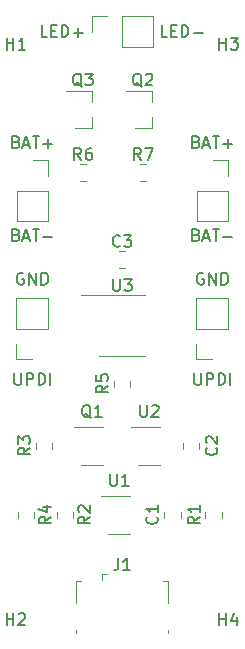
<source format=gbr>
G04 #@! TF.GenerationSoftware,KiCad,Pcbnew,(5.1.6)-1*
G04 #@! TF.CreationDate,2021-01-24T21:52:35-08:00*
G04 #@! TF.ProjectId,infrared_remote,696e6672-6172-4656-945f-72656d6f7465,rev?*
G04 #@! TF.SameCoordinates,Original*
G04 #@! TF.FileFunction,Legend,Top*
G04 #@! TF.FilePolarity,Positive*
%FSLAX46Y46*%
G04 Gerber Fmt 4.6, Leading zero omitted, Abs format (unit mm)*
G04 Created by KiCad (PCBNEW (5.1.6)-1) date 2021-01-24 21:52:35*
%MOMM*%
%LPD*%
G01*
G04 APERTURE LIST*
%ADD10C,0.150000*%
%ADD11C,0.120000*%
G04 APERTURE END LIST*
D10*
X99576095Y-41092380D02*
X99099904Y-41092380D01*
X99099904Y-40092380D01*
X99909428Y-40568571D02*
X100242761Y-40568571D01*
X100385619Y-41092380D02*
X99909428Y-41092380D01*
X99909428Y-40092380D01*
X100385619Y-40092380D01*
X100814190Y-41092380D02*
X100814190Y-40092380D01*
X101052285Y-40092380D01*
X101195142Y-40140000D01*
X101290380Y-40235238D01*
X101338000Y-40330476D01*
X101385619Y-40520952D01*
X101385619Y-40663809D01*
X101338000Y-40854285D01*
X101290380Y-40949523D01*
X101195142Y-41044761D01*
X101052285Y-41092380D01*
X100814190Y-41092380D01*
X101814190Y-40711428D02*
X102576095Y-40711428D01*
X89416095Y-41092380D02*
X88939904Y-41092380D01*
X88939904Y-40092380D01*
X89749428Y-40568571D02*
X90082761Y-40568571D01*
X90225619Y-41092380D02*
X89749428Y-41092380D01*
X89749428Y-40092380D01*
X90225619Y-40092380D01*
X90654190Y-41092380D02*
X90654190Y-40092380D01*
X90892285Y-40092380D01*
X91035142Y-40140000D01*
X91130380Y-40235238D01*
X91178000Y-40330476D01*
X91225619Y-40520952D01*
X91225619Y-40663809D01*
X91178000Y-40854285D01*
X91130380Y-40949523D01*
X91035142Y-41044761D01*
X90892285Y-41092380D01*
X90654190Y-41092380D01*
X91654190Y-40711428D02*
X92416095Y-40711428D01*
X92035142Y-41092380D02*
X92035142Y-40330476D01*
X101879190Y-69556380D02*
X101879190Y-70365904D01*
X101926809Y-70461142D01*
X101974428Y-70508761D01*
X102069666Y-70556380D01*
X102260142Y-70556380D01*
X102355380Y-70508761D01*
X102403000Y-70461142D01*
X102450619Y-70365904D01*
X102450619Y-69556380D01*
X102926809Y-70556380D02*
X102926809Y-69556380D01*
X103307761Y-69556380D01*
X103403000Y-69604000D01*
X103450619Y-69651619D01*
X103498238Y-69746857D01*
X103498238Y-69889714D01*
X103450619Y-69984952D01*
X103403000Y-70032571D01*
X103307761Y-70080190D01*
X102926809Y-70080190D01*
X103926809Y-70556380D02*
X103926809Y-69556380D01*
X104164904Y-69556380D01*
X104307761Y-69604000D01*
X104403000Y-69699238D01*
X104450619Y-69794476D01*
X104498238Y-69984952D01*
X104498238Y-70127809D01*
X104450619Y-70318285D01*
X104403000Y-70413523D01*
X104307761Y-70508761D01*
X104164904Y-70556380D01*
X103926809Y-70556380D01*
X104926809Y-70556380D02*
X104926809Y-69556380D01*
X102641095Y-61095000D02*
X102545857Y-61047380D01*
X102403000Y-61047380D01*
X102260142Y-61095000D01*
X102164904Y-61190238D01*
X102117285Y-61285476D01*
X102069666Y-61475952D01*
X102069666Y-61618809D01*
X102117285Y-61809285D01*
X102164904Y-61904523D01*
X102260142Y-61999761D01*
X102403000Y-62047380D01*
X102498238Y-62047380D01*
X102641095Y-61999761D01*
X102688714Y-61952142D01*
X102688714Y-61618809D01*
X102498238Y-61618809D01*
X103117285Y-62047380D02*
X103117285Y-61047380D01*
X103688714Y-62047380D01*
X103688714Y-61047380D01*
X104164904Y-62047380D02*
X104164904Y-61047380D01*
X104403000Y-61047380D01*
X104545857Y-61095000D01*
X104641095Y-61190238D01*
X104688714Y-61285476D01*
X104736333Y-61475952D01*
X104736333Y-61618809D01*
X104688714Y-61809285D01*
X104641095Y-61904523D01*
X104545857Y-61999761D01*
X104403000Y-62047380D01*
X104164904Y-62047380D01*
X86639190Y-69556380D02*
X86639190Y-70365904D01*
X86686809Y-70461142D01*
X86734428Y-70508761D01*
X86829666Y-70556380D01*
X87020142Y-70556380D01*
X87115380Y-70508761D01*
X87163000Y-70461142D01*
X87210619Y-70365904D01*
X87210619Y-69556380D01*
X87686809Y-70556380D02*
X87686809Y-69556380D01*
X88067761Y-69556380D01*
X88163000Y-69604000D01*
X88210619Y-69651619D01*
X88258238Y-69746857D01*
X88258238Y-69889714D01*
X88210619Y-69984952D01*
X88163000Y-70032571D01*
X88067761Y-70080190D01*
X87686809Y-70080190D01*
X88686809Y-70556380D02*
X88686809Y-69556380D01*
X88924904Y-69556380D01*
X89067761Y-69604000D01*
X89163000Y-69699238D01*
X89210619Y-69794476D01*
X89258238Y-69984952D01*
X89258238Y-70127809D01*
X89210619Y-70318285D01*
X89163000Y-70413523D01*
X89067761Y-70508761D01*
X88924904Y-70556380D01*
X88686809Y-70556380D01*
X89686809Y-70556380D02*
X89686809Y-69556380D01*
X87401095Y-61095000D02*
X87305857Y-61047380D01*
X87163000Y-61047380D01*
X87020142Y-61095000D01*
X86924904Y-61190238D01*
X86877285Y-61285476D01*
X86829666Y-61475952D01*
X86829666Y-61618809D01*
X86877285Y-61809285D01*
X86924904Y-61904523D01*
X87020142Y-61999761D01*
X87163000Y-62047380D01*
X87258238Y-62047380D01*
X87401095Y-61999761D01*
X87448714Y-61952142D01*
X87448714Y-61618809D01*
X87258238Y-61618809D01*
X87877285Y-62047380D02*
X87877285Y-61047380D01*
X88448714Y-62047380D01*
X88448714Y-61047380D01*
X88924904Y-62047380D02*
X88924904Y-61047380D01*
X89163000Y-61047380D01*
X89305857Y-61095000D01*
X89401095Y-61190238D01*
X89448714Y-61285476D01*
X89496333Y-61475952D01*
X89496333Y-61618809D01*
X89448714Y-61809285D01*
X89401095Y-61904523D01*
X89305857Y-61999761D01*
X89163000Y-62047380D01*
X88924904Y-62047380D01*
X102045857Y-57840571D02*
X102188714Y-57888190D01*
X102236333Y-57935809D01*
X102283952Y-58031047D01*
X102283952Y-58173904D01*
X102236333Y-58269142D01*
X102188714Y-58316761D01*
X102093476Y-58364380D01*
X101712523Y-58364380D01*
X101712523Y-57364380D01*
X102045857Y-57364380D01*
X102141095Y-57412000D01*
X102188714Y-57459619D01*
X102236333Y-57554857D01*
X102236333Y-57650095D01*
X102188714Y-57745333D01*
X102141095Y-57792952D01*
X102045857Y-57840571D01*
X101712523Y-57840571D01*
X102664904Y-58078666D02*
X103141095Y-58078666D01*
X102569666Y-58364380D02*
X102903000Y-57364380D01*
X103236333Y-58364380D01*
X103426809Y-57364380D02*
X103998238Y-57364380D01*
X103712523Y-58364380D02*
X103712523Y-57364380D01*
X104331571Y-57983428D02*
X105093476Y-57983428D01*
X102045857Y-49966571D02*
X102188714Y-50014190D01*
X102236333Y-50061809D01*
X102283952Y-50157047D01*
X102283952Y-50299904D01*
X102236333Y-50395142D01*
X102188714Y-50442761D01*
X102093476Y-50490380D01*
X101712523Y-50490380D01*
X101712523Y-49490380D01*
X102045857Y-49490380D01*
X102141095Y-49538000D01*
X102188714Y-49585619D01*
X102236333Y-49680857D01*
X102236333Y-49776095D01*
X102188714Y-49871333D01*
X102141095Y-49918952D01*
X102045857Y-49966571D01*
X101712523Y-49966571D01*
X102664904Y-50204666D02*
X103141095Y-50204666D01*
X102569666Y-50490380D02*
X102903000Y-49490380D01*
X103236333Y-50490380D01*
X103426809Y-49490380D02*
X103998238Y-49490380D01*
X103712523Y-50490380D02*
X103712523Y-49490380D01*
X104331571Y-50109428D02*
X105093476Y-50109428D01*
X104712523Y-50490380D02*
X104712523Y-49728476D01*
X86805857Y-57840571D02*
X86948714Y-57888190D01*
X86996333Y-57935809D01*
X87043952Y-58031047D01*
X87043952Y-58173904D01*
X86996333Y-58269142D01*
X86948714Y-58316761D01*
X86853476Y-58364380D01*
X86472523Y-58364380D01*
X86472523Y-57364380D01*
X86805857Y-57364380D01*
X86901095Y-57412000D01*
X86948714Y-57459619D01*
X86996333Y-57554857D01*
X86996333Y-57650095D01*
X86948714Y-57745333D01*
X86901095Y-57792952D01*
X86805857Y-57840571D01*
X86472523Y-57840571D01*
X87424904Y-58078666D02*
X87901095Y-58078666D01*
X87329666Y-58364380D02*
X87663000Y-57364380D01*
X87996333Y-58364380D01*
X88186809Y-57364380D02*
X88758238Y-57364380D01*
X88472523Y-58364380D02*
X88472523Y-57364380D01*
X89091571Y-57983428D02*
X89853476Y-57983428D01*
X86805857Y-49966571D02*
X86948714Y-50014190D01*
X86996333Y-50061809D01*
X87043952Y-50157047D01*
X87043952Y-50299904D01*
X86996333Y-50395142D01*
X86948714Y-50442761D01*
X86853476Y-50490380D01*
X86472523Y-50490380D01*
X86472523Y-49490380D01*
X86805857Y-49490380D01*
X86901095Y-49538000D01*
X86948714Y-49585619D01*
X86996333Y-49680857D01*
X86996333Y-49776095D01*
X86948714Y-49871333D01*
X86901095Y-49918952D01*
X86805857Y-49966571D01*
X86472523Y-49966571D01*
X87424904Y-50204666D02*
X87901095Y-50204666D01*
X87329666Y-50490380D02*
X87663000Y-49490380D01*
X87996333Y-50490380D01*
X88186809Y-49490380D02*
X88758238Y-49490380D01*
X88472523Y-50490380D02*
X88472523Y-49490380D01*
X89091571Y-50109428D02*
X89853476Y-50109428D01*
X89472523Y-50490380D02*
X89472523Y-49728476D01*
D11*
G04 #@! TO.C,Q3*
X93216000Y-48824000D02*
X93216000Y-47894000D01*
X93216000Y-45664000D02*
X93216000Y-46594000D01*
X93216000Y-45664000D02*
X91056000Y-45664000D01*
X93216000Y-48824000D02*
X91756000Y-48824000D01*
G04 #@! TO.C,Q2*
X98280000Y-48824000D02*
X98280000Y-47894000D01*
X98280000Y-45664000D02*
X98280000Y-46594000D01*
X98280000Y-45664000D02*
X96120000Y-45664000D01*
X98280000Y-48824000D02*
X96820000Y-48824000D01*
G04 #@! TO.C,U3*
X95758000Y-68092000D02*
X97708000Y-68092000D01*
X95758000Y-68092000D02*
X93808000Y-68092000D01*
X95758000Y-62972000D02*
X97708000Y-62972000D01*
X95758000Y-62972000D02*
X92308000Y-62972000D01*
G04 #@! TO.C,U2*
X97144000Y-77302000D02*
X98944000Y-77302000D01*
X98944000Y-74082000D02*
X96494000Y-74082000D01*
G04 #@! TO.C,U1*
X94604000Y-83144000D02*
X96404000Y-83144000D01*
X96404000Y-79924000D02*
X93954000Y-79924000D01*
G04 #@! TO.C,R7*
X97261422Y-51868000D02*
X97778578Y-51868000D01*
X97261422Y-53288000D02*
X97778578Y-53288000D01*
G04 #@! TO.C,R6*
X92714578Y-53288000D02*
X92197422Y-53288000D01*
X92714578Y-51868000D02*
X92197422Y-51868000D01*
G04 #@! TO.C,R5*
X95048000Y-70695078D02*
X95048000Y-70177922D01*
X96468000Y-70695078D02*
X96468000Y-70177922D01*
G04 #@! TO.C,R4*
X88340000Y-81275422D02*
X88340000Y-81792578D01*
X86920000Y-81275422D02*
X86920000Y-81792578D01*
G04 #@! TO.C,R3*
X88444000Y-75950578D02*
X88444000Y-75433422D01*
X89864000Y-75950578D02*
X89864000Y-75433422D01*
G04 #@! TO.C,R2*
X91642000Y-81275422D02*
X91642000Y-81792578D01*
X90222000Y-81275422D02*
X90222000Y-81792578D01*
G04 #@! TO.C,R1*
X104214000Y-81275422D02*
X104214000Y-81792578D01*
X102794000Y-81275422D02*
X102794000Y-81792578D01*
G04 #@! TO.C,Q1*
X92318000Y-77302000D02*
X94118000Y-77302000D01*
X94118000Y-74082000D02*
X91668000Y-74082000D01*
G04 #@! TO.C,J6*
X95778000Y-41970000D02*
X95778000Y-39310000D01*
X95778000Y-41970000D02*
X98378000Y-41970000D01*
X98378000Y-41970000D02*
X98378000Y-39310000D01*
X95778000Y-39310000D02*
X98378000Y-39310000D01*
X93178000Y-39310000D02*
X94508000Y-39310000D01*
X93178000Y-40640000D02*
X93178000Y-39310000D01*
G04 #@! TO.C,J5*
X104708000Y-65786000D02*
X102048000Y-65786000D01*
X104708000Y-65786000D02*
X104708000Y-63186000D01*
X104708000Y-63186000D02*
X102048000Y-63186000D01*
X102048000Y-65786000D02*
X102048000Y-63186000D01*
X102048000Y-68386000D02*
X102048000Y-67056000D01*
X103378000Y-68386000D02*
X102048000Y-68386000D01*
G04 #@! TO.C,J4*
X89468000Y-65786000D02*
X86808000Y-65786000D01*
X89468000Y-65786000D02*
X89468000Y-63186000D01*
X89468000Y-63186000D02*
X86808000Y-63186000D01*
X86808000Y-65786000D02*
X86808000Y-63186000D01*
X86808000Y-68386000D02*
X86808000Y-67056000D01*
X88138000Y-68386000D02*
X86808000Y-68386000D01*
G04 #@! TO.C,J3*
X86858000Y-54102000D02*
X89518000Y-54102000D01*
X86858000Y-54102000D02*
X86858000Y-56702000D01*
X86858000Y-56702000D02*
X89518000Y-56702000D01*
X89518000Y-54102000D02*
X89518000Y-56702000D01*
X89518000Y-51502000D02*
X89518000Y-52832000D01*
X88188000Y-51502000D02*
X89518000Y-51502000D01*
G04 #@! TO.C,J2*
X102098000Y-54102000D02*
X104758000Y-54102000D01*
X102098000Y-54102000D02*
X102098000Y-56702000D01*
X102098000Y-56702000D02*
X104758000Y-56702000D01*
X104758000Y-54102000D02*
X104758000Y-56702000D01*
X104758000Y-51502000D02*
X104758000Y-52832000D01*
X103428000Y-51502000D02*
X104758000Y-51502000D01*
G04 #@! TO.C,J1*
X91858000Y-87137500D02*
X92308000Y-87137500D01*
X91858000Y-88987500D02*
X91858000Y-87137500D01*
X99658000Y-91537500D02*
X99658000Y-91287500D01*
X91858000Y-91537500D02*
X91858000Y-91287500D01*
X99658000Y-88987500D02*
X99658000Y-87137500D01*
X99658000Y-87137500D02*
X99208000Y-87137500D01*
X94058000Y-86587500D02*
X94508000Y-86587500D01*
X94058000Y-86587500D02*
X94058000Y-87037500D01*
G04 #@! TO.C,C3*
X96019252Y-60654000D02*
X95496748Y-60654000D01*
X96019252Y-59234000D02*
X95496748Y-59234000D01*
G04 #@! TO.C,C2*
X100890000Y-75953252D02*
X100890000Y-75430748D01*
X102310000Y-75953252D02*
X102310000Y-75430748D01*
G04 #@! TO.C,C1*
X99294000Y-81795252D02*
X99294000Y-81272748D01*
X100714000Y-81795252D02*
X100714000Y-81272748D01*
G04 #@! TO.C,H4*
D10*
X103996095Y-90876380D02*
X103996095Y-89876380D01*
X103996095Y-90352571D02*
X104567523Y-90352571D01*
X104567523Y-90876380D02*
X104567523Y-89876380D01*
X105472285Y-90209714D02*
X105472285Y-90876380D01*
X105234190Y-89828761D02*
X104996095Y-90543047D01*
X105615142Y-90543047D01*
G04 #@! TO.C,H3*
X103996095Y-42152380D02*
X103996095Y-41152380D01*
X103996095Y-41628571D02*
X104567523Y-41628571D01*
X104567523Y-42152380D02*
X104567523Y-41152380D01*
X104948476Y-41152380D02*
X105567523Y-41152380D01*
X105234190Y-41533333D01*
X105377047Y-41533333D01*
X105472285Y-41580952D01*
X105519904Y-41628571D01*
X105567523Y-41723809D01*
X105567523Y-41961904D01*
X105519904Y-42057142D01*
X105472285Y-42104761D01*
X105377047Y-42152380D01*
X105091333Y-42152380D01*
X104996095Y-42104761D01*
X104948476Y-42057142D01*
G04 #@! TO.C,H2*
X85996095Y-90876380D02*
X85996095Y-89876380D01*
X85996095Y-90352571D02*
X86567523Y-90352571D01*
X86567523Y-90876380D02*
X86567523Y-89876380D01*
X86996095Y-89971619D02*
X87043714Y-89924000D01*
X87138952Y-89876380D01*
X87377047Y-89876380D01*
X87472285Y-89924000D01*
X87519904Y-89971619D01*
X87567523Y-90066857D01*
X87567523Y-90162095D01*
X87519904Y-90304952D01*
X86948476Y-90876380D01*
X87567523Y-90876380D01*
G04 #@! TO.C,H1*
X85996095Y-42152380D02*
X85996095Y-41152380D01*
X85996095Y-41628571D02*
X86567523Y-41628571D01*
X86567523Y-42152380D02*
X86567523Y-41152380D01*
X87567523Y-42152380D02*
X86996095Y-42152380D01*
X87281809Y-42152380D02*
X87281809Y-41152380D01*
X87186571Y-41295238D01*
X87091333Y-41390476D01*
X86996095Y-41438095D01*
G04 #@! TO.C,Q3*
X92360761Y-45291619D02*
X92265523Y-45244000D01*
X92170285Y-45148761D01*
X92027428Y-45005904D01*
X91932190Y-44958285D01*
X91836952Y-44958285D01*
X91884571Y-45196380D02*
X91789333Y-45148761D01*
X91694095Y-45053523D01*
X91646476Y-44863047D01*
X91646476Y-44529714D01*
X91694095Y-44339238D01*
X91789333Y-44244000D01*
X91884571Y-44196380D01*
X92075047Y-44196380D01*
X92170285Y-44244000D01*
X92265523Y-44339238D01*
X92313142Y-44529714D01*
X92313142Y-44863047D01*
X92265523Y-45053523D01*
X92170285Y-45148761D01*
X92075047Y-45196380D01*
X91884571Y-45196380D01*
X92646476Y-44196380D02*
X93265523Y-44196380D01*
X92932190Y-44577333D01*
X93075047Y-44577333D01*
X93170285Y-44624952D01*
X93217904Y-44672571D01*
X93265523Y-44767809D01*
X93265523Y-45005904D01*
X93217904Y-45101142D01*
X93170285Y-45148761D01*
X93075047Y-45196380D01*
X92789333Y-45196380D01*
X92694095Y-45148761D01*
X92646476Y-45101142D01*
G04 #@! TO.C,Q2*
X97424761Y-45291619D02*
X97329523Y-45244000D01*
X97234285Y-45148761D01*
X97091428Y-45005904D01*
X96996190Y-44958285D01*
X96900952Y-44958285D01*
X96948571Y-45196380D02*
X96853333Y-45148761D01*
X96758095Y-45053523D01*
X96710476Y-44863047D01*
X96710476Y-44529714D01*
X96758095Y-44339238D01*
X96853333Y-44244000D01*
X96948571Y-44196380D01*
X97139047Y-44196380D01*
X97234285Y-44244000D01*
X97329523Y-44339238D01*
X97377142Y-44529714D01*
X97377142Y-44863047D01*
X97329523Y-45053523D01*
X97234285Y-45148761D01*
X97139047Y-45196380D01*
X96948571Y-45196380D01*
X97758095Y-44291619D02*
X97805714Y-44244000D01*
X97900952Y-44196380D01*
X98139047Y-44196380D01*
X98234285Y-44244000D01*
X98281904Y-44291619D01*
X98329523Y-44386857D01*
X98329523Y-44482095D01*
X98281904Y-44624952D01*
X97710476Y-45196380D01*
X98329523Y-45196380D01*
G04 #@! TO.C,U3*
X94996095Y-61584380D02*
X94996095Y-62393904D01*
X95043714Y-62489142D01*
X95091333Y-62536761D01*
X95186571Y-62584380D01*
X95377047Y-62584380D01*
X95472285Y-62536761D01*
X95519904Y-62489142D01*
X95567523Y-62393904D01*
X95567523Y-61584380D01*
X95948476Y-61584380D02*
X96567523Y-61584380D01*
X96234190Y-61965333D01*
X96377047Y-61965333D01*
X96472285Y-62012952D01*
X96519904Y-62060571D01*
X96567523Y-62155809D01*
X96567523Y-62393904D01*
X96519904Y-62489142D01*
X96472285Y-62536761D01*
X96377047Y-62584380D01*
X96091333Y-62584380D01*
X95996095Y-62536761D01*
X95948476Y-62489142D01*
G04 #@! TO.C,U2*
X97282095Y-72244380D02*
X97282095Y-73053904D01*
X97329714Y-73149142D01*
X97377333Y-73196761D01*
X97472571Y-73244380D01*
X97663047Y-73244380D01*
X97758285Y-73196761D01*
X97805904Y-73149142D01*
X97853523Y-73053904D01*
X97853523Y-72244380D01*
X98282095Y-72339619D02*
X98329714Y-72292000D01*
X98424952Y-72244380D01*
X98663047Y-72244380D01*
X98758285Y-72292000D01*
X98805904Y-72339619D01*
X98853523Y-72434857D01*
X98853523Y-72530095D01*
X98805904Y-72672952D01*
X98234476Y-73244380D01*
X98853523Y-73244380D01*
G04 #@! TO.C,U1*
X94742095Y-78086380D02*
X94742095Y-78895904D01*
X94789714Y-78991142D01*
X94837333Y-79038761D01*
X94932571Y-79086380D01*
X95123047Y-79086380D01*
X95218285Y-79038761D01*
X95265904Y-78991142D01*
X95313523Y-78895904D01*
X95313523Y-78086380D01*
X96313523Y-79086380D02*
X95742095Y-79086380D01*
X96027809Y-79086380D02*
X96027809Y-78086380D01*
X95932571Y-78229238D01*
X95837333Y-78324476D01*
X95742095Y-78372095D01*
G04 #@! TO.C,R7*
X97353333Y-51506380D02*
X97020000Y-51030190D01*
X96781904Y-51506380D02*
X96781904Y-50506380D01*
X97162857Y-50506380D01*
X97258095Y-50554000D01*
X97305714Y-50601619D01*
X97353333Y-50696857D01*
X97353333Y-50839714D01*
X97305714Y-50934952D01*
X97258095Y-50982571D01*
X97162857Y-51030190D01*
X96781904Y-51030190D01*
X97686666Y-50506380D02*
X98353333Y-50506380D01*
X97924761Y-51506380D01*
G04 #@! TO.C,R6*
X92289333Y-51506380D02*
X91956000Y-51030190D01*
X91717904Y-51506380D02*
X91717904Y-50506380D01*
X92098857Y-50506380D01*
X92194095Y-50554000D01*
X92241714Y-50601619D01*
X92289333Y-50696857D01*
X92289333Y-50839714D01*
X92241714Y-50934952D01*
X92194095Y-50982571D01*
X92098857Y-51030190D01*
X91717904Y-51030190D01*
X93146476Y-50506380D02*
X92956000Y-50506380D01*
X92860761Y-50554000D01*
X92813142Y-50601619D01*
X92717904Y-50744476D01*
X92670285Y-50934952D01*
X92670285Y-51315904D01*
X92717904Y-51411142D01*
X92765523Y-51458761D01*
X92860761Y-51506380D01*
X93051238Y-51506380D01*
X93146476Y-51458761D01*
X93194095Y-51411142D01*
X93241714Y-51315904D01*
X93241714Y-51077809D01*
X93194095Y-50982571D01*
X93146476Y-50934952D01*
X93051238Y-50887333D01*
X92860761Y-50887333D01*
X92765523Y-50934952D01*
X92717904Y-50982571D01*
X92670285Y-51077809D01*
G04 #@! TO.C,R5*
X94560380Y-70603166D02*
X94084190Y-70936500D01*
X94560380Y-71174595D02*
X93560380Y-71174595D01*
X93560380Y-70793642D01*
X93608000Y-70698404D01*
X93655619Y-70650785D01*
X93750857Y-70603166D01*
X93893714Y-70603166D01*
X93988952Y-70650785D01*
X94036571Y-70698404D01*
X94084190Y-70793642D01*
X94084190Y-71174595D01*
X93560380Y-69698404D02*
X93560380Y-70174595D01*
X94036571Y-70222214D01*
X93988952Y-70174595D01*
X93941333Y-70079357D01*
X93941333Y-69841261D01*
X93988952Y-69746023D01*
X94036571Y-69698404D01*
X94131809Y-69650785D01*
X94369904Y-69650785D01*
X94465142Y-69698404D01*
X94512761Y-69746023D01*
X94560380Y-69841261D01*
X94560380Y-70079357D01*
X94512761Y-70174595D01*
X94465142Y-70222214D01*
G04 #@! TO.C,R4*
X89732380Y-81700666D02*
X89256190Y-82034000D01*
X89732380Y-82272095D02*
X88732380Y-82272095D01*
X88732380Y-81891142D01*
X88780000Y-81795904D01*
X88827619Y-81748285D01*
X88922857Y-81700666D01*
X89065714Y-81700666D01*
X89160952Y-81748285D01*
X89208571Y-81795904D01*
X89256190Y-81891142D01*
X89256190Y-82272095D01*
X89065714Y-80843523D02*
X89732380Y-80843523D01*
X88684761Y-81081619D02*
X89399047Y-81319714D01*
X89399047Y-80700666D01*
G04 #@! TO.C,R3*
X87956380Y-75858666D02*
X87480190Y-76192000D01*
X87956380Y-76430095D02*
X86956380Y-76430095D01*
X86956380Y-76049142D01*
X87004000Y-75953904D01*
X87051619Y-75906285D01*
X87146857Y-75858666D01*
X87289714Y-75858666D01*
X87384952Y-75906285D01*
X87432571Y-75953904D01*
X87480190Y-76049142D01*
X87480190Y-76430095D01*
X86956380Y-75525333D02*
X86956380Y-74906285D01*
X87337333Y-75239619D01*
X87337333Y-75096761D01*
X87384952Y-75001523D01*
X87432571Y-74953904D01*
X87527809Y-74906285D01*
X87765904Y-74906285D01*
X87861142Y-74953904D01*
X87908761Y-75001523D01*
X87956380Y-75096761D01*
X87956380Y-75382476D01*
X87908761Y-75477714D01*
X87861142Y-75525333D01*
G04 #@! TO.C,R2*
X93034380Y-81700666D02*
X92558190Y-82034000D01*
X93034380Y-82272095D02*
X92034380Y-82272095D01*
X92034380Y-81891142D01*
X92082000Y-81795904D01*
X92129619Y-81748285D01*
X92224857Y-81700666D01*
X92367714Y-81700666D01*
X92462952Y-81748285D01*
X92510571Y-81795904D01*
X92558190Y-81891142D01*
X92558190Y-82272095D01*
X92129619Y-81319714D02*
X92082000Y-81272095D01*
X92034380Y-81176857D01*
X92034380Y-80938761D01*
X92082000Y-80843523D01*
X92129619Y-80795904D01*
X92224857Y-80748285D01*
X92320095Y-80748285D01*
X92462952Y-80795904D01*
X93034380Y-81367333D01*
X93034380Y-80748285D01*
G04 #@! TO.C,R1*
X102322380Y-81700666D02*
X101846190Y-82034000D01*
X102322380Y-82272095D02*
X101322380Y-82272095D01*
X101322380Y-81891142D01*
X101370000Y-81795904D01*
X101417619Y-81748285D01*
X101512857Y-81700666D01*
X101655714Y-81700666D01*
X101750952Y-81748285D01*
X101798571Y-81795904D01*
X101846190Y-81891142D01*
X101846190Y-82272095D01*
X102322380Y-80748285D02*
X102322380Y-81319714D01*
X102322380Y-81034000D02*
X101322380Y-81034000D01*
X101465238Y-81129238D01*
X101560476Y-81224476D01*
X101608095Y-81319714D01*
G04 #@! TO.C,Q1*
X93122761Y-73339619D02*
X93027523Y-73292000D01*
X92932285Y-73196761D01*
X92789428Y-73053904D01*
X92694190Y-73006285D01*
X92598952Y-73006285D01*
X92646571Y-73244380D02*
X92551333Y-73196761D01*
X92456095Y-73101523D01*
X92408476Y-72911047D01*
X92408476Y-72577714D01*
X92456095Y-72387238D01*
X92551333Y-72292000D01*
X92646571Y-72244380D01*
X92837047Y-72244380D01*
X92932285Y-72292000D01*
X93027523Y-72387238D01*
X93075142Y-72577714D01*
X93075142Y-72911047D01*
X93027523Y-73101523D01*
X92932285Y-73196761D01*
X92837047Y-73244380D01*
X92646571Y-73244380D01*
X94027523Y-73244380D02*
X93456095Y-73244380D01*
X93741809Y-73244380D02*
X93741809Y-72244380D01*
X93646571Y-72387238D01*
X93551333Y-72482476D01*
X93456095Y-72530095D01*
G04 #@! TO.C,J1*
X95424666Y-85239880D02*
X95424666Y-85954166D01*
X95377047Y-86097023D01*
X95281809Y-86192261D01*
X95138952Y-86239880D01*
X95043714Y-86239880D01*
X96424666Y-86239880D02*
X95853238Y-86239880D01*
X96138952Y-86239880D02*
X96138952Y-85239880D01*
X96043714Y-85382738D01*
X95948476Y-85477976D01*
X95853238Y-85525595D01*
G04 #@! TO.C,C3*
X95591333Y-58777142D02*
X95543714Y-58824761D01*
X95400857Y-58872380D01*
X95305619Y-58872380D01*
X95162761Y-58824761D01*
X95067523Y-58729523D01*
X95019904Y-58634285D01*
X94972285Y-58443809D01*
X94972285Y-58300952D01*
X95019904Y-58110476D01*
X95067523Y-58015238D01*
X95162761Y-57920000D01*
X95305619Y-57872380D01*
X95400857Y-57872380D01*
X95543714Y-57920000D01*
X95591333Y-57967619D01*
X95924666Y-57872380D02*
X96543714Y-57872380D01*
X96210380Y-58253333D01*
X96353238Y-58253333D01*
X96448476Y-58300952D01*
X96496095Y-58348571D01*
X96543714Y-58443809D01*
X96543714Y-58681904D01*
X96496095Y-58777142D01*
X96448476Y-58824761D01*
X96353238Y-58872380D01*
X96067523Y-58872380D01*
X95972285Y-58824761D01*
X95924666Y-58777142D01*
G04 #@! TO.C,C2*
X103735142Y-75849666D02*
X103782761Y-75897285D01*
X103830380Y-76040142D01*
X103830380Y-76135380D01*
X103782761Y-76278238D01*
X103687523Y-76373476D01*
X103592285Y-76421095D01*
X103401809Y-76468714D01*
X103258952Y-76468714D01*
X103068476Y-76421095D01*
X102973238Y-76373476D01*
X102878000Y-76278238D01*
X102830380Y-76135380D01*
X102830380Y-76040142D01*
X102878000Y-75897285D01*
X102925619Y-75849666D01*
X102925619Y-75468714D02*
X102878000Y-75421095D01*
X102830380Y-75325857D01*
X102830380Y-75087761D01*
X102878000Y-74992523D01*
X102925619Y-74944904D01*
X103020857Y-74897285D01*
X103116095Y-74897285D01*
X103258952Y-74944904D01*
X103830380Y-75516333D01*
X103830380Y-74897285D01*
G04 #@! TO.C,C1*
X98711142Y-81700666D02*
X98758761Y-81748285D01*
X98806380Y-81891142D01*
X98806380Y-81986380D01*
X98758761Y-82129238D01*
X98663523Y-82224476D01*
X98568285Y-82272095D01*
X98377809Y-82319714D01*
X98234952Y-82319714D01*
X98044476Y-82272095D01*
X97949238Y-82224476D01*
X97854000Y-82129238D01*
X97806380Y-81986380D01*
X97806380Y-81891142D01*
X97854000Y-81748285D01*
X97901619Y-81700666D01*
X98806380Y-80748285D02*
X98806380Y-81319714D01*
X98806380Y-81034000D02*
X97806380Y-81034000D01*
X97949238Y-81129238D01*
X98044476Y-81224476D01*
X98092095Y-81319714D01*
G04 #@! TD*
M02*

</source>
